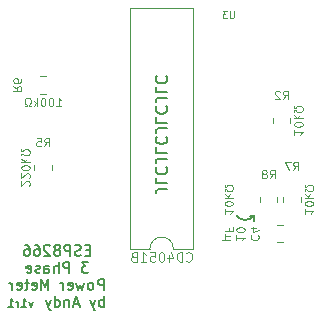
<source format=gbo>
G04 #@! TF.GenerationSoftware,KiCad,Pcbnew,(6.0.2)*
G04 #@! TF.CreationDate,2022-09-28T01:57:45+02:00*
G04 #@! TF.ProjectId,Tiny-Power-Meter,54696e79-2d50-46f7-9765-722d4d657465,rev?*
G04 #@! TF.SameCoordinates,Original*
G04 #@! TF.FileFunction,Legend,Bot*
G04 #@! TF.FilePolarity,Positive*
%FSLAX46Y46*%
G04 Gerber Fmt 4.6, Leading zero omitted, Abs format (unit mm)*
G04 Created by KiCad (PCBNEW (6.0.2)) date 2022-09-28 01:57:45*
%MOMM*%
%LPD*%
G01*
G04 APERTURE LIST*
%ADD10C,0.150000*%
%ADD11C,0.130000*%
%ADD12C,0.120000*%
%ADD13C,0.100000*%
G04 APERTURE END LIST*
D10*
X157900000Y-85900000D02*
X157900000Y-86300000D01*
X156400000Y-85900000D02*
G75*
G03*
X157900000Y-85900000I750000J660052D01*
G01*
X157900000Y-85900000D02*
X157500000Y-85900000D01*
X150547619Y-83619047D02*
X149833333Y-83619047D01*
X149690476Y-83666666D01*
X149595238Y-83761904D01*
X149547619Y-83904761D01*
X149547619Y-84000000D01*
X149547619Y-82666666D02*
X149547619Y-83142857D01*
X150547619Y-83142857D01*
X149642857Y-81761904D02*
X149595238Y-81809523D01*
X149547619Y-81952380D01*
X149547619Y-82047619D01*
X149595238Y-82190476D01*
X149690476Y-82285714D01*
X149785714Y-82333333D01*
X149976190Y-82380952D01*
X150119047Y-82380952D01*
X150309523Y-82333333D01*
X150404761Y-82285714D01*
X150500000Y-82190476D01*
X150547619Y-82047619D01*
X150547619Y-81952380D01*
X150500000Y-81809523D01*
X150452380Y-81761904D01*
X150547619Y-81047619D02*
X149833333Y-81047619D01*
X149690476Y-81095238D01*
X149595238Y-81190476D01*
X149547619Y-81333333D01*
X149547619Y-81428571D01*
X149547619Y-80095238D02*
X149547619Y-80571428D01*
X150547619Y-80571428D01*
X149642857Y-79190476D02*
X149595238Y-79238095D01*
X149547619Y-79380952D01*
X149547619Y-79476190D01*
X149595238Y-79619047D01*
X149690476Y-79714285D01*
X149785714Y-79761904D01*
X149976190Y-79809523D01*
X150119047Y-79809523D01*
X150309523Y-79761904D01*
X150404761Y-79714285D01*
X150500000Y-79619047D01*
X150547619Y-79476190D01*
X150547619Y-79380952D01*
X150500000Y-79238095D01*
X150452380Y-79190476D01*
X150547619Y-78476190D02*
X149833333Y-78476190D01*
X149690476Y-78523809D01*
X149595238Y-78619047D01*
X149547619Y-78761904D01*
X149547619Y-78857142D01*
X149547619Y-77523809D02*
X149547619Y-78000000D01*
X150547619Y-78000000D01*
X149642857Y-76619047D02*
X149595238Y-76666666D01*
X149547619Y-76809523D01*
X149547619Y-76904761D01*
X149595238Y-77047619D01*
X149690476Y-77142857D01*
X149785714Y-77190476D01*
X149976190Y-77238095D01*
X150119047Y-77238095D01*
X150309523Y-77190476D01*
X150404761Y-77142857D01*
X150500000Y-77047619D01*
X150547619Y-76904761D01*
X150547619Y-76809523D01*
X150500000Y-76666666D01*
X150452380Y-76619047D01*
X150547619Y-75904761D02*
X149833333Y-75904761D01*
X149690476Y-75952380D01*
X149595238Y-76047619D01*
X149547619Y-76190476D01*
X149547619Y-76285714D01*
X149547619Y-74952380D02*
X149547619Y-75428571D01*
X150547619Y-75428571D01*
X149642857Y-74047619D02*
X149595238Y-74095238D01*
X149547619Y-74238095D01*
X149547619Y-74333333D01*
X149595238Y-74476190D01*
X149690476Y-74571428D01*
X149785714Y-74619047D01*
X149976190Y-74666666D01*
X150119047Y-74666666D01*
X150309523Y-74619047D01*
X150404761Y-74571428D01*
X150500000Y-74476190D01*
X150547619Y-74333333D01*
X150547619Y-74238095D01*
X150500000Y-74095238D01*
X150452380Y-74047619D01*
X145171428Y-93607142D02*
X145171428Y-92707142D01*
X145171428Y-93050000D02*
X145085714Y-93007142D01*
X144914285Y-93007142D01*
X144828571Y-93050000D01*
X144785714Y-93092857D01*
X144742857Y-93178571D01*
X144742857Y-93435714D01*
X144785714Y-93521428D01*
X144828571Y-93564285D01*
X144914285Y-93607142D01*
X145085714Y-93607142D01*
X145171428Y-93564285D01*
X144442857Y-93007142D02*
X144228571Y-93607142D01*
X144014285Y-93007142D02*
X144228571Y-93607142D01*
X144314285Y-93821428D01*
X144357142Y-93864285D01*
X144442857Y-93907142D01*
X143028571Y-93350000D02*
X142600000Y-93350000D01*
X143114285Y-93607142D02*
X142814285Y-92707142D01*
X142514285Y-93607142D01*
X142214285Y-93007142D02*
X142214285Y-93607142D01*
X142214285Y-93092857D02*
X142171428Y-93050000D01*
X142085714Y-93007142D01*
X141957142Y-93007142D01*
X141871428Y-93050000D01*
X141828571Y-93135714D01*
X141828571Y-93607142D01*
X141014285Y-93607142D02*
X141014285Y-92707142D01*
X141014285Y-93564285D02*
X141100000Y-93607142D01*
X141271428Y-93607142D01*
X141357142Y-93564285D01*
X141400000Y-93521428D01*
X141442857Y-93435714D01*
X141442857Y-93178571D01*
X141400000Y-93092857D01*
X141357142Y-93050000D01*
X141271428Y-93007142D01*
X141100000Y-93007142D01*
X141014285Y-93050000D01*
X140671428Y-93007142D02*
X140457142Y-93607142D01*
X140242857Y-93007142D02*
X140457142Y-93607142D01*
X140542857Y-93821428D01*
X140585714Y-93864285D01*
X140671428Y-93907142D01*
D11*
X139150000Y-93150000D02*
X138983333Y-93616666D01*
X138816666Y-93150000D01*
X138183333Y-93616666D02*
X138583333Y-93616666D01*
X138383333Y-93616666D02*
X138383333Y-92916666D01*
X138450000Y-93016666D01*
X138516666Y-93083333D01*
X138583333Y-93116666D01*
X137883333Y-93616666D02*
X137883333Y-93150000D01*
X137883333Y-93283333D02*
X137850000Y-93216666D01*
X137816666Y-93183333D01*
X137750000Y-93150000D01*
X137683333Y-93150000D01*
X137083333Y-93616666D02*
X137483333Y-93616666D01*
X137283333Y-93616666D02*
X137283333Y-92916666D01*
X137350000Y-93016666D01*
X137416666Y-93083333D01*
X137483333Y-93116666D01*
D10*
X143985714Y-88786714D02*
X143685714Y-88786714D01*
X143557142Y-89258142D02*
X143985714Y-89258142D01*
X143985714Y-88358142D01*
X143557142Y-88358142D01*
X143214285Y-89215285D02*
X143085714Y-89258142D01*
X142871428Y-89258142D01*
X142785714Y-89215285D01*
X142742857Y-89172428D01*
X142700000Y-89086714D01*
X142700000Y-89001000D01*
X142742857Y-88915285D01*
X142785714Y-88872428D01*
X142871428Y-88829571D01*
X143042857Y-88786714D01*
X143128571Y-88743857D01*
X143171428Y-88701000D01*
X143214285Y-88615285D01*
X143214285Y-88529571D01*
X143171428Y-88443857D01*
X143128571Y-88401000D01*
X143042857Y-88358142D01*
X142828571Y-88358142D01*
X142700000Y-88401000D01*
X142314285Y-89258142D02*
X142314285Y-88358142D01*
X141971428Y-88358142D01*
X141885714Y-88401000D01*
X141842857Y-88443857D01*
X141800000Y-88529571D01*
X141800000Y-88658142D01*
X141842857Y-88743857D01*
X141885714Y-88786714D01*
X141971428Y-88829571D01*
X142314285Y-88829571D01*
X141285714Y-88743857D02*
X141371428Y-88701000D01*
X141414285Y-88658142D01*
X141457142Y-88572428D01*
X141457142Y-88529571D01*
X141414285Y-88443857D01*
X141371428Y-88401000D01*
X141285714Y-88358142D01*
X141114285Y-88358142D01*
X141028571Y-88401000D01*
X140985714Y-88443857D01*
X140942857Y-88529571D01*
X140942857Y-88572428D01*
X140985714Y-88658142D01*
X141028571Y-88701000D01*
X141114285Y-88743857D01*
X141285714Y-88743857D01*
X141371428Y-88786714D01*
X141414285Y-88829571D01*
X141457142Y-88915285D01*
X141457142Y-89086714D01*
X141414285Y-89172428D01*
X141371428Y-89215285D01*
X141285714Y-89258142D01*
X141114285Y-89258142D01*
X141028571Y-89215285D01*
X140985714Y-89172428D01*
X140942857Y-89086714D01*
X140942857Y-88915285D01*
X140985714Y-88829571D01*
X141028571Y-88786714D01*
X141114285Y-88743857D01*
X140600000Y-88443857D02*
X140557142Y-88401000D01*
X140471428Y-88358142D01*
X140257142Y-88358142D01*
X140171428Y-88401000D01*
X140128571Y-88443857D01*
X140085714Y-88529571D01*
X140085714Y-88615285D01*
X140128571Y-88743857D01*
X140642857Y-89258142D01*
X140085714Y-89258142D01*
X139314285Y-88358142D02*
X139485714Y-88358142D01*
X139571428Y-88401000D01*
X139614285Y-88443857D01*
X139700000Y-88572428D01*
X139742857Y-88743857D01*
X139742857Y-89086714D01*
X139700000Y-89172428D01*
X139657142Y-89215285D01*
X139571428Y-89258142D01*
X139400000Y-89258142D01*
X139314285Y-89215285D01*
X139271428Y-89172428D01*
X139228571Y-89086714D01*
X139228571Y-88872428D01*
X139271428Y-88786714D01*
X139314285Y-88743857D01*
X139400000Y-88701000D01*
X139571428Y-88701000D01*
X139657142Y-88743857D01*
X139700000Y-88786714D01*
X139742857Y-88872428D01*
X138457142Y-88358142D02*
X138628571Y-88358142D01*
X138714285Y-88401000D01*
X138757142Y-88443857D01*
X138842857Y-88572428D01*
X138885714Y-88743857D01*
X138885714Y-89086714D01*
X138842857Y-89172428D01*
X138800000Y-89215285D01*
X138714285Y-89258142D01*
X138542857Y-89258142D01*
X138457142Y-89215285D01*
X138414285Y-89172428D01*
X138371428Y-89086714D01*
X138371428Y-88872428D01*
X138414285Y-88786714D01*
X138457142Y-88743857D01*
X138542857Y-88701000D01*
X138714285Y-88701000D01*
X138800000Y-88743857D01*
X138842857Y-88786714D01*
X138885714Y-88872428D01*
X143857142Y-89807142D02*
X143300000Y-89807142D01*
X143600000Y-90150000D01*
X143471428Y-90150000D01*
X143385714Y-90192857D01*
X143342857Y-90235714D01*
X143300000Y-90321428D01*
X143300000Y-90535714D01*
X143342857Y-90621428D01*
X143385714Y-90664285D01*
X143471428Y-90707142D01*
X143728571Y-90707142D01*
X143814285Y-90664285D01*
X143857142Y-90621428D01*
X142228571Y-90707142D02*
X142228571Y-89807142D01*
X141885714Y-89807142D01*
X141800000Y-89850000D01*
X141757142Y-89892857D01*
X141714285Y-89978571D01*
X141714285Y-90107142D01*
X141757142Y-90192857D01*
X141800000Y-90235714D01*
X141885714Y-90278571D01*
X142228571Y-90278571D01*
X141328571Y-90707142D02*
X141328571Y-89807142D01*
X140942857Y-90707142D02*
X140942857Y-90235714D01*
X140985714Y-90150000D01*
X141071428Y-90107142D01*
X141200000Y-90107142D01*
X141285714Y-90150000D01*
X141328571Y-90192857D01*
X140128571Y-90707142D02*
X140128571Y-90235714D01*
X140171428Y-90150000D01*
X140257142Y-90107142D01*
X140428571Y-90107142D01*
X140514285Y-90150000D01*
X140128571Y-90664285D02*
X140214285Y-90707142D01*
X140428571Y-90707142D01*
X140514285Y-90664285D01*
X140557142Y-90578571D01*
X140557142Y-90492857D01*
X140514285Y-90407142D01*
X140428571Y-90364285D01*
X140214285Y-90364285D01*
X140128571Y-90321428D01*
X139742857Y-90664285D02*
X139657142Y-90707142D01*
X139485714Y-90707142D01*
X139400000Y-90664285D01*
X139357142Y-90578571D01*
X139357142Y-90535714D01*
X139400000Y-90450000D01*
X139485714Y-90407142D01*
X139614285Y-90407142D01*
X139700000Y-90364285D01*
X139742857Y-90278571D01*
X139742857Y-90235714D01*
X139700000Y-90150000D01*
X139614285Y-90107142D01*
X139485714Y-90107142D01*
X139400000Y-90150000D01*
X138628571Y-90664285D02*
X138714285Y-90707142D01*
X138885714Y-90707142D01*
X138971428Y-90664285D01*
X139014285Y-90578571D01*
X139014285Y-90235714D01*
X138971428Y-90150000D01*
X138885714Y-90107142D01*
X138714285Y-90107142D01*
X138628571Y-90150000D01*
X138585714Y-90235714D01*
X138585714Y-90321428D01*
X139014285Y-90407142D01*
X145142857Y-92156142D02*
X145142857Y-91256142D01*
X144800000Y-91256142D01*
X144714285Y-91299000D01*
X144671428Y-91341857D01*
X144628571Y-91427571D01*
X144628571Y-91556142D01*
X144671428Y-91641857D01*
X144714285Y-91684714D01*
X144800000Y-91727571D01*
X145142857Y-91727571D01*
X144114285Y-92156142D02*
X144200000Y-92113285D01*
X144242857Y-92070428D01*
X144285714Y-91984714D01*
X144285714Y-91727571D01*
X144242857Y-91641857D01*
X144200000Y-91599000D01*
X144114285Y-91556142D01*
X143985714Y-91556142D01*
X143900000Y-91599000D01*
X143857142Y-91641857D01*
X143814285Y-91727571D01*
X143814285Y-91984714D01*
X143857142Y-92070428D01*
X143900000Y-92113285D01*
X143985714Y-92156142D01*
X144114285Y-92156142D01*
X143514285Y-91556142D02*
X143342857Y-92156142D01*
X143171428Y-91727571D01*
X143000000Y-92156142D01*
X142828571Y-91556142D01*
X142142857Y-92113285D02*
X142228571Y-92156142D01*
X142400000Y-92156142D01*
X142485714Y-92113285D01*
X142528571Y-92027571D01*
X142528571Y-91684714D01*
X142485714Y-91599000D01*
X142400000Y-91556142D01*
X142228571Y-91556142D01*
X142142857Y-91599000D01*
X142100000Y-91684714D01*
X142100000Y-91770428D01*
X142528571Y-91856142D01*
X141714285Y-92156142D02*
X141714285Y-91556142D01*
X141714285Y-91727571D02*
X141671428Y-91641857D01*
X141628571Y-91599000D01*
X141542857Y-91556142D01*
X141457142Y-91556142D01*
X140471428Y-92156142D02*
X140471428Y-91256142D01*
X140171428Y-91899000D01*
X139871428Y-91256142D01*
X139871428Y-92156142D01*
X139100000Y-92113285D02*
X139185714Y-92156142D01*
X139357142Y-92156142D01*
X139442857Y-92113285D01*
X139485714Y-92027571D01*
X139485714Y-91684714D01*
X139442857Y-91599000D01*
X139357142Y-91556142D01*
X139185714Y-91556142D01*
X139100000Y-91599000D01*
X139057142Y-91684714D01*
X139057142Y-91770428D01*
X139485714Y-91856142D01*
X138800000Y-91556142D02*
X138457142Y-91556142D01*
X138671428Y-91256142D02*
X138671428Y-92027571D01*
X138628571Y-92113285D01*
X138542857Y-92156142D01*
X138457142Y-92156142D01*
X137814285Y-92113285D02*
X137900000Y-92156142D01*
X138071428Y-92156142D01*
X138157142Y-92113285D01*
X138200000Y-92027571D01*
X138200000Y-91684714D01*
X138157142Y-91599000D01*
X138071428Y-91556142D01*
X137900000Y-91556142D01*
X137814285Y-91599000D01*
X137771428Y-91684714D01*
X137771428Y-91770428D01*
X138200000Y-91856142D01*
X137385714Y-92156142D02*
X137385714Y-91556142D01*
X137385714Y-91727571D02*
X137342857Y-91641857D01*
X137300000Y-91599000D01*
X137214285Y-91556142D01*
X137128571Y-91556142D01*
D12*
X160316666Y-76016666D02*
X160550000Y-75683333D01*
X160716666Y-76016666D02*
X160716666Y-75316666D01*
X160450000Y-75316666D01*
X160383333Y-75350000D01*
X160350000Y-75383333D01*
X160316666Y-75450000D01*
X160316666Y-75550000D01*
X160350000Y-75616666D01*
X160383333Y-75650000D01*
X160450000Y-75683333D01*
X160716666Y-75683333D01*
X160050000Y-75383333D02*
X160016666Y-75350000D01*
X159950000Y-75316666D01*
X159783333Y-75316666D01*
X159716666Y-75350000D01*
X159683333Y-75383333D01*
X159650000Y-75450000D01*
X159650000Y-75516666D01*
X159683333Y-75616666D01*
X160083333Y-76016666D01*
X159650000Y-76016666D01*
X161283333Y-78616666D02*
X161283333Y-79016666D01*
X161283333Y-78816666D02*
X161983333Y-78816666D01*
X161883333Y-78883333D01*
X161816666Y-78950000D01*
X161783333Y-79016666D01*
X161983333Y-78183333D02*
X161983333Y-78116666D01*
X161950000Y-78050000D01*
X161916666Y-78016666D01*
X161850000Y-77983333D01*
X161716666Y-77950000D01*
X161550000Y-77950000D01*
X161416666Y-77983333D01*
X161350000Y-78016666D01*
X161316666Y-78050000D01*
X161283333Y-78116666D01*
X161283333Y-78183333D01*
X161316666Y-78250000D01*
X161350000Y-78283333D01*
X161416666Y-78316666D01*
X161550000Y-78350000D01*
X161716666Y-78350000D01*
X161850000Y-78316666D01*
X161916666Y-78283333D01*
X161950000Y-78250000D01*
X161983333Y-78183333D01*
X161283333Y-77650000D02*
X161983333Y-77650000D01*
X161550000Y-77583333D02*
X161283333Y-77383333D01*
X161750000Y-77383333D02*
X161483333Y-77650000D01*
X161283333Y-77116666D02*
X161283333Y-76950000D01*
X161416666Y-76950000D01*
X161450000Y-77016666D01*
X161516666Y-77083333D01*
X161616666Y-77116666D01*
X161783333Y-77116666D01*
X161883333Y-77083333D01*
X161950000Y-77016666D01*
X161983333Y-76916666D01*
X161983333Y-76783333D01*
X161950000Y-76683333D01*
X161883333Y-76616666D01*
X161783333Y-76583333D01*
X161616666Y-76583333D01*
X161516666Y-76616666D01*
X161450000Y-76683333D01*
X161416666Y-76750000D01*
X161283333Y-76750000D01*
X161283333Y-76583333D01*
X140116666Y-80016666D02*
X140350000Y-79683333D01*
X140516666Y-80016666D02*
X140516666Y-79316666D01*
X140250000Y-79316666D01*
X140183333Y-79350000D01*
X140150000Y-79383333D01*
X140116666Y-79450000D01*
X140116666Y-79550000D01*
X140150000Y-79616666D01*
X140183333Y-79650000D01*
X140250000Y-79683333D01*
X140516666Y-79683333D01*
X139483333Y-79316666D02*
X139816666Y-79316666D01*
X139850000Y-79650000D01*
X139816666Y-79616666D01*
X139750000Y-79583333D01*
X139583333Y-79583333D01*
X139516666Y-79616666D01*
X139483333Y-79650000D01*
X139450000Y-79716666D01*
X139450000Y-79883333D01*
X139483333Y-79950000D01*
X139516666Y-79983333D01*
X139583333Y-80016666D01*
X139750000Y-80016666D01*
X139816666Y-79983333D01*
X139850000Y-79950000D01*
X138816666Y-83350000D02*
X138850000Y-83316666D01*
X138883333Y-83250000D01*
X138883333Y-83083333D01*
X138850000Y-83016666D01*
X138816666Y-82983333D01*
X138750000Y-82950000D01*
X138683333Y-82950000D01*
X138583333Y-82983333D01*
X138183333Y-83383333D01*
X138183333Y-82950000D01*
X138816666Y-82683333D02*
X138850000Y-82650000D01*
X138883333Y-82583333D01*
X138883333Y-82416666D01*
X138850000Y-82350000D01*
X138816666Y-82316666D01*
X138750000Y-82283333D01*
X138683333Y-82283333D01*
X138583333Y-82316666D01*
X138183333Y-82716666D01*
X138183333Y-82283333D01*
X138883333Y-81850000D02*
X138883333Y-81783333D01*
X138850000Y-81716666D01*
X138816666Y-81683333D01*
X138750000Y-81650000D01*
X138616666Y-81616666D01*
X138450000Y-81616666D01*
X138316666Y-81650000D01*
X138250000Y-81683333D01*
X138216666Y-81716666D01*
X138183333Y-81783333D01*
X138183333Y-81850000D01*
X138216666Y-81916666D01*
X138250000Y-81950000D01*
X138316666Y-81983333D01*
X138450000Y-82016666D01*
X138616666Y-82016666D01*
X138750000Y-81983333D01*
X138816666Y-81950000D01*
X138850000Y-81916666D01*
X138883333Y-81850000D01*
X138183333Y-81316666D02*
X138883333Y-81316666D01*
X138450000Y-81250000D02*
X138183333Y-81050000D01*
X138650000Y-81050000D02*
X138383333Y-81316666D01*
X138183333Y-80783333D02*
X138183333Y-80616666D01*
X138316666Y-80616666D01*
X138350000Y-80683333D01*
X138416666Y-80750000D01*
X138516666Y-80783333D01*
X138683333Y-80783333D01*
X138783333Y-80750000D01*
X138850000Y-80683333D01*
X138883333Y-80583333D01*
X138883333Y-80450000D01*
X138850000Y-80350000D01*
X138783333Y-80283333D01*
X138683333Y-80250000D01*
X138516666Y-80250000D01*
X138416666Y-80283333D01*
X138350000Y-80350000D01*
X138316666Y-80416666D01*
X138183333Y-80416666D01*
X138183333Y-80250000D01*
X137483333Y-74916666D02*
X137816666Y-75150000D01*
X137483333Y-75316666D02*
X138183333Y-75316666D01*
X138183333Y-75050000D01*
X138150000Y-74983333D01*
X138116666Y-74950000D01*
X138050000Y-74916666D01*
X137950000Y-74916666D01*
X137883333Y-74950000D01*
X137850000Y-74983333D01*
X137816666Y-75050000D01*
X137816666Y-75316666D01*
X138183333Y-74316666D02*
X138183333Y-74450000D01*
X138150000Y-74516666D01*
X138116666Y-74550000D01*
X138016666Y-74616666D01*
X137883333Y-74650000D01*
X137616666Y-74650000D01*
X137550000Y-74616666D01*
X137516666Y-74583333D01*
X137483333Y-74516666D01*
X137483333Y-74383333D01*
X137516666Y-74316666D01*
X137550000Y-74283333D01*
X137616666Y-74250000D01*
X137783333Y-74250000D01*
X137850000Y-74283333D01*
X137883333Y-74316666D01*
X137916666Y-74383333D01*
X137916666Y-74516666D01*
X137883333Y-74583333D01*
X137850000Y-74616666D01*
X137783333Y-74650000D01*
X141150000Y-76616666D02*
X141550000Y-76616666D01*
X141350000Y-76616666D02*
X141350000Y-75916666D01*
X141416666Y-76016666D01*
X141483333Y-76083333D01*
X141550000Y-76116666D01*
X140716666Y-75916666D02*
X140650000Y-75916666D01*
X140583333Y-75950000D01*
X140550000Y-75983333D01*
X140516666Y-76050000D01*
X140483333Y-76183333D01*
X140483333Y-76350000D01*
X140516666Y-76483333D01*
X140550000Y-76550000D01*
X140583333Y-76583333D01*
X140650000Y-76616666D01*
X140716666Y-76616666D01*
X140783333Y-76583333D01*
X140816666Y-76550000D01*
X140850000Y-76483333D01*
X140883333Y-76350000D01*
X140883333Y-76183333D01*
X140850000Y-76050000D01*
X140816666Y-75983333D01*
X140783333Y-75950000D01*
X140716666Y-75916666D01*
X140050000Y-75916666D02*
X139983333Y-75916666D01*
X139916666Y-75950000D01*
X139883333Y-75983333D01*
X139850000Y-76050000D01*
X139816666Y-76183333D01*
X139816666Y-76350000D01*
X139850000Y-76483333D01*
X139883333Y-76550000D01*
X139916666Y-76583333D01*
X139983333Y-76616666D01*
X140050000Y-76616666D01*
X140116666Y-76583333D01*
X140150000Y-76550000D01*
X140183333Y-76483333D01*
X140216666Y-76350000D01*
X140216666Y-76183333D01*
X140183333Y-76050000D01*
X140150000Y-75983333D01*
X140116666Y-75950000D01*
X140050000Y-75916666D01*
X139516666Y-76616666D02*
X139516666Y-75916666D01*
X139450000Y-76350000D02*
X139250000Y-76616666D01*
X139250000Y-76150000D02*
X139516666Y-76416666D01*
X138983333Y-76616666D02*
X138816666Y-76616666D01*
X138816666Y-76483333D01*
X138883333Y-76450000D01*
X138950000Y-76383333D01*
X138983333Y-76283333D01*
X138983333Y-76116666D01*
X138950000Y-76016666D01*
X138883333Y-75950000D01*
X138783333Y-75916666D01*
X138650000Y-75916666D01*
X138550000Y-75950000D01*
X138483333Y-76016666D01*
X138450000Y-76116666D01*
X138450000Y-76283333D01*
X138483333Y-76383333D01*
X138550000Y-76450000D01*
X138616666Y-76483333D01*
X138616666Y-76616666D01*
X138450000Y-76616666D01*
X159216666Y-82716666D02*
X159450000Y-82383333D01*
X159616666Y-82716666D02*
X159616666Y-82016666D01*
X159350000Y-82016666D01*
X159283333Y-82050000D01*
X159250000Y-82083333D01*
X159216666Y-82150000D01*
X159216666Y-82250000D01*
X159250000Y-82316666D01*
X159283333Y-82350000D01*
X159350000Y-82383333D01*
X159616666Y-82383333D01*
X158816666Y-82316666D02*
X158883333Y-82283333D01*
X158916666Y-82250000D01*
X158950000Y-82183333D01*
X158950000Y-82150000D01*
X158916666Y-82083333D01*
X158883333Y-82050000D01*
X158816666Y-82016666D01*
X158683333Y-82016666D01*
X158616666Y-82050000D01*
X158583333Y-82083333D01*
X158550000Y-82150000D01*
X158550000Y-82183333D01*
X158583333Y-82250000D01*
X158616666Y-82283333D01*
X158683333Y-82316666D01*
X158816666Y-82316666D01*
X158883333Y-82350000D01*
X158916666Y-82383333D01*
X158950000Y-82450000D01*
X158950000Y-82583333D01*
X158916666Y-82650000D01*
X158883333Y-82683333D01*
X158816666Y-82716666D01*
X158683333Y-82716666D01*
X158616666Y-82683333D01*
X158583333Y-82650000D01*
X158550000Y-82583333D01*
X158550000Y-82450000D01*
X158583333Y-82383333D01*
X158616666Y-82350000D01*
X158683333Y-82316666D01*
X155383333Y-85316666D02*
X155383333Y-85716666D01*
X155383333Y-85516666D02*
X156083333Y-85516666D01*
X155983333Y-85583333D01*
X155916666Y-85650000D01*
X155883333Y-85716666D01*
X156083333Y-84883333D02*
X156083333Y-84816666D01*
X156050000Y-84750000D01*
X156016666Y-84716666D01*
X155950000Y-84683333D01*
X155816666Y-84650000D01*
X155650000Y-84650000D01*
X155516666Y-84683333D01*
X155450000Y-84716666D01*
X155416666Y-84750000D01*
X155383333Y-84816666D01*
X155383333Y-84883333D01*
X155416666Y-84950000D01*
X155450000Y-84983333D01*
X155516666Y-85016666D01*
X155650000Y-85050000D01*
X155816666Y-85050000D01*
X155950000Y-85016666D01*
X156016666Y-84983333D01*
X156050000Y-84950000D01*
X156083333Y-84883333D01*
X155383333Y-84350000D02*
X156083333Y-84350000D01*
X155650000Y-84283333D02*
X155383333Y-84083333D01*
X155850000Y-84083333D02*
X155583333Y-84350000D01*
X155383333Y-83816666D02*
X155383333Y-83650000D01*
X155516666Y-83650000D01*
X155550000Y-83716666D01*
X155616666Y-83783333D01*
X155716666Y-83816666D01*
X155883333Y-83816666D01*
X155983333Y-83783333D01*
X156050000Y-83716666D01*
X156083333Y-83616666D01*
X156083333Y-83483333D01*
X156050000Y-83383333D01*
X155983333Y-83316666D01*
X155883333Y-83283333D01*
X155716666Y-83283333D01*
X155616666Y-83316666D01*
X155550000Y-83383333D01*
X155516666Y-83450000D01*
X155383333Y-83450000D01*
X155383333Y-83283333D01*
X161216666Y-82016666D02*
X161450000Y-81683333D01*
X161616666Y-82016666D02*
X161616666Y-81316666D01*
X161350000Y-81316666D01*
X161283333Y-81350000D01*
X161250000Y-81383333D01*
X161216666Y-81450000D01*
X161216666Y-81550000D01*
X161250000Y-81616666D01*
X161283333Y-81650000D01*
X161350000Y-81683333D01*
X161616666Y-81683333D01*
X160983333Y-81316666D02*
X160516666Y-81316666D01*
X160816666Y-82016666D01*
X162183333Y-85316666D02*
X162183333Y-85716666D01*
X162183333Y-85516666D02*
X162883333Y-85516666D01*
X162783333Y-85583333D01*
X162716666Y-85650000D01*
X162683333Y-85716666D01*
X162883333Y-84883333D02*
X162883333Y-84816666D01*
X162850000Y-84750000D01*
X162816666Y-84716666D01*
X162750000Y-84683333D01*
X162616666Y-84650000D01*
X162450000Y-84650000D01*
X162316666Y-84683333D01*
X162250000Y-84716666D01*
X162216666Y-84750000D01*
X162183333Y-84816666D01*
X162183333Y-84883333D01*
X162216666Y-84950000D01*
X162250000Y-84983333D01*
X162316666Y-85016666D01*
X162450000Y-85050000D01*
X162616666Y-85050000D01*
X162750000Y-85016666D01*
X162816666Y-84983333D01*
X162850000Y-84950000D01*
X162883333Y-84883333D01*
X162183333Y-84350000D02*
X162883333Y-84350000D01*
X162450000Y-84283333D02*
X162183333Y-84083333D01*
X162650000Y-84083333D02*
X162383333Y-84350000D01*
X162183333Y-83816666D02*
X162183333Y-83650000D01*
X162316666Y-83650000D01*
X162350000Y-83716666D01*
X162416666Y-83783333D01*
X162516666Y-83816666D01*
X162683333Y-83816666D01*
X162783333Y-83783333D01*
X162850000Y-83716666D01*
X162883333Y-83616666D01*
X162883333Y-83483333D01*
X162850000Y-83383333D01*
X162783333Y-83316666D01*
X162683333Y-83283333D01*
X162516666Y-83283333D01*
X162416666Y-83316666D01*
X162350000Y-83383333D01*
X162316666Y-83450000D01*
X162183333Y-83450000D01*
X162183333Y-83283333D01*
D13*
X156157142Y-68571428D02*
X156157142Y-69057142D01*
X156128571Y-69114285D01*
X156100000Y-69142857D01*
X156042857Y-69171428D01*
X155928571Y-69171428D01*
X155871428Y-69142857D01*
X155842857Y-69114285D01*
X155814285Y-69057142D01*
X155814285Y-68571428D01*
X155585714Y-68571428D02*
X155214285Y-68571428D01*
X155414285Y-68800000D01*
X155328571Y-68800000D01*
X155271428Y-68828571D01*
X155242857Y-68857142D01*
X155214285Y-68914285D01*
X155214285Y-69057142D01*
X155242857Y-69114285D01*
X155271428Y-69142857D01*
X155328571Y-69171428D01*
X155500000Y-69171428D01*
X155557142Y-69142857D01*
X155585714Y-69114285D01*
D12*
X152136190Y-89685714D02*
X152174285Y-89723809D01*
X152288571Y-89761904D01*
X152364761Y-89761904D01*
X152479047Y-89723809D01*
X152555238Y-89647619D01*
X152593333Y-89571428D01*
X152631428Y-89419047D01*
X152631428Y-89304761D01*
X152593333Y-89152380D01*
X152555238Y-89076190D01*
X152479047Y-89000000D01*
X152364761Y-88961904D01*
X152288571Y-88961904D01*
X152174285Y-89000000D01*
X152136190Y-89038095D01*
X151793333Y-89761904D02*
X151793333Y-88961904D01*
X151602857Y-88961904D01*
X151488571Y-89000000D01*
X151412380Y-89076190D01*
X151374285Y-89152380D01*
X151336190Y-89304761D01*
X151336190Y-89419047D01*
X151374285Y-89571428D01*
X151412380Y-89647619D01*
X151488571Y-89723809D01*
X151602857Y-89761904D01*
X151793333Y-89761904D01*
X150650476Y-89228571D02*
X150650476Y-89761904D01*
X150840952Y-88923809D02*
X151031428Y-89495238D01*
X150536190Y-89495238D01*
X150079047Y-88961904D02*
X150002857Y-88961904D01*
X149926666Y-89000000D01*
X149888571Y-89038095D01*
X149850476Y-89114285D01*
X149812380Y-89266666D01*
X149812380Y-89457142D01*
X149850476Y-89609523D01*
X149888571Y-89685714D01*
X149926666Y-89723809D01*
X150002857Y-89761904D01*
X150079047Y-89761904D01*
X150155238Y-89723809D01*
X150193333Y-89685714D01*
X150231428Y-89609523D01*
X150269523Y-89457142D01*
X150269523Y-89266666D01*
X150231428Y-89114285D01*
X150193333Y-89038095D01*
X150155238Y-89000000D01*
X150079047Y-88961904D01*
X149088571Y-88961904D02*
X149469523Y-88961904D01*
X149507619Y-89342857D01*
X149469523Y-89304761D01*
X149393333Y-89266666D01*
X149202857Y-89266666D01*
X149126666Y-89304761D01*
X149088571Y-89342857D01*
X149050476Y-89419047D01*
X149050476Y-89609523D01*
X149088571Y-89685714D01*
X149126666Y-89723809D01*
X149202857Y-89761904D01*
X149393333Y-89761904D01*
X149469523Y-89723809D01*
X149507619Y-89685714D01*
X148288571Y-89761904D02*
X148745714Y-89761904D01*
X148517142Y-89761904D02*
X148517142Y-88961904D01*
X148593333Y-89076190D01*
X148669523Y-89152380D01*
X148745714Y-89190476D01*
X147679047Y-89342857D02*
X147564761Y-89380952D01*
X147526666Y-89419047D01*
X147488571Y-89495238D01*
X147488571Y-89609523D01*
X147526666Y-89685714D01*
X147564761Y-89723809D01*
X147640952Y-89761904D01*
X147945714Y-89761904D01*
X147945714Y-88961904D01*
X147679047Y-88961904D01*
X147602857Y-89000000D01*
X147564761Y-89038095D01*
X147526666Y-89114285D01*
X147526666Y-89190476D01*
X147564761Y-89266666D01*
X147602857Y-89304761D01*
X147679047Y-89342857D01*
X147945714Y-89342857D01*
X157650000Y-87516666D02*
X157616666Y-87550000D01*
X157583333Y-87650000D01*
X157583333Y-87716666D01*
X157616666Y-87816666D01*
X157683333Y-87883333D01*
X157750000Y-87916666D01*
X157883333Y-87950000D01*
X157983333Y-87950000D01*
X158116666Y-87916666D01*
X158183333Y-87883333D01*
X158250000Y-87816666D01*
X158283333Y-87716666D01*
X158283333Y-87650000D01*
X158250000Y-87550000D01*
X158216666Y-87516666D01*
X158050000Y-86916666D02*
X157583333Y-86916666D01*
X158316666Y-87083333D02*
X157816666Y-87250000D01*
X157816666Y-86816666D01*
X156383333Y-87533333D02*
X156383333Y-87933333D01*
X156383333Y-87733333D02*
X157083333Y-87733333D01*
X156983333Y-87800000D01*
X156916666Y-87866666D01*
X156883333Y-87933333D01*
X157083333Y-87100000D02*
X157083333Y-87033333D01*
X157050000Y-86966666D01*
X157016666Y-86933333D01*
X156950000Y-86900000D01*
X156816666Y-86866666D01*
X156650000Y-86866666D01*
X156516666Y-86900000D01*
X156450000Y-86933333D01*
X156416666Y-86966666D01*
X156383333Y-87033333D01*
X156383333Y-87100000D01*
X156416666Y-87166666D01*
X156450000Y-87200000D01*
X156516666Y-87233333D01*
X156650000Y-87266666D01*
X156816666Y-87266666D01*
X156950000Y-87233333D01*
X157016666Y-87200000D01*
X157050000Y-87166666D01*
X157083333Y-87100000D01*
X155850000Y-87900000D02*
X155150000Y-87900000D01*
X155483333Y-87566666D02*
X155416666Y-87533333D01*
X155383333Y-87466666D01*
X155483333Y-87900000D02*
X155416666Y-87866666D01*
X155383333Y-87800000D01*
X155383333Y-87666666D01*
X155416666Y-87600000D01*
X155483333Y-87566666D01*
X155850000Y-87566666D01*
X155750000Y-86933333D02*
X155750000Y-87166666D01*
X155383333Y-87166666D02*
X156083333Y-87166666D01*
X156083333Y-86833333D01*
X160935000Y-78027064D02*
X160935000Y-77572936D01*
X159465000Y-78027064D02*
X159465000Y-77572936D01*
X140735000Y-82027064D02*
X140735000Y-81572936D01*
X139265000Y-82027064D02*
X139265000Y-81572936D01*
X140227064Y-74065000D02*
X139772936Y-74065000D01*
X140227064Y-75535000D02*
X139772936Y-75535000D01*
X159835000Y-84727064D02*
X159835000Y-84272936D01*
X158365000Y-84727064D02*
X158365000Y-84272936D01*
X161835000Y-84272936D02*
X161835000Y-84727064D01*
X160365000Y-84272936D02*
X160365000Y-84727064D01*
X151060000Y-88705000D02*
G75*
G03*
X149060000Y-88705000I-1000000J0D01*
G01*
X149060000Y-88705000D02*
X147410000Y-88705000D01*
X147410000Y-68265000D02*
X152710000Y-68265000D01*
X147410000Y-88705000D02*
X147410000Y-68265000D01*
X152710000Y-68265000D02*
X152710000Y-88705000D01*
X152710000Y-88705000D02*
X151060000Y-88705000D01*
X159838748Y-88135000D02*
X160361252Y-88135000D01*
X159838748Y-86665000D02*
X160361252Y-86665000D01*
M02*

</source>
